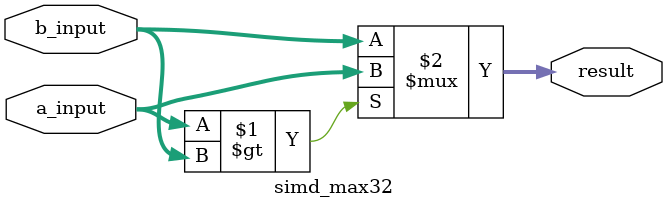
<source format=sv>
module simd_max32 (
    input  logic [31:0] a_input, b_input,
    output logic [31:0] result
);
    assign result = (a_input > b_input) ? a_input : b_input;
endmodule
</source>
